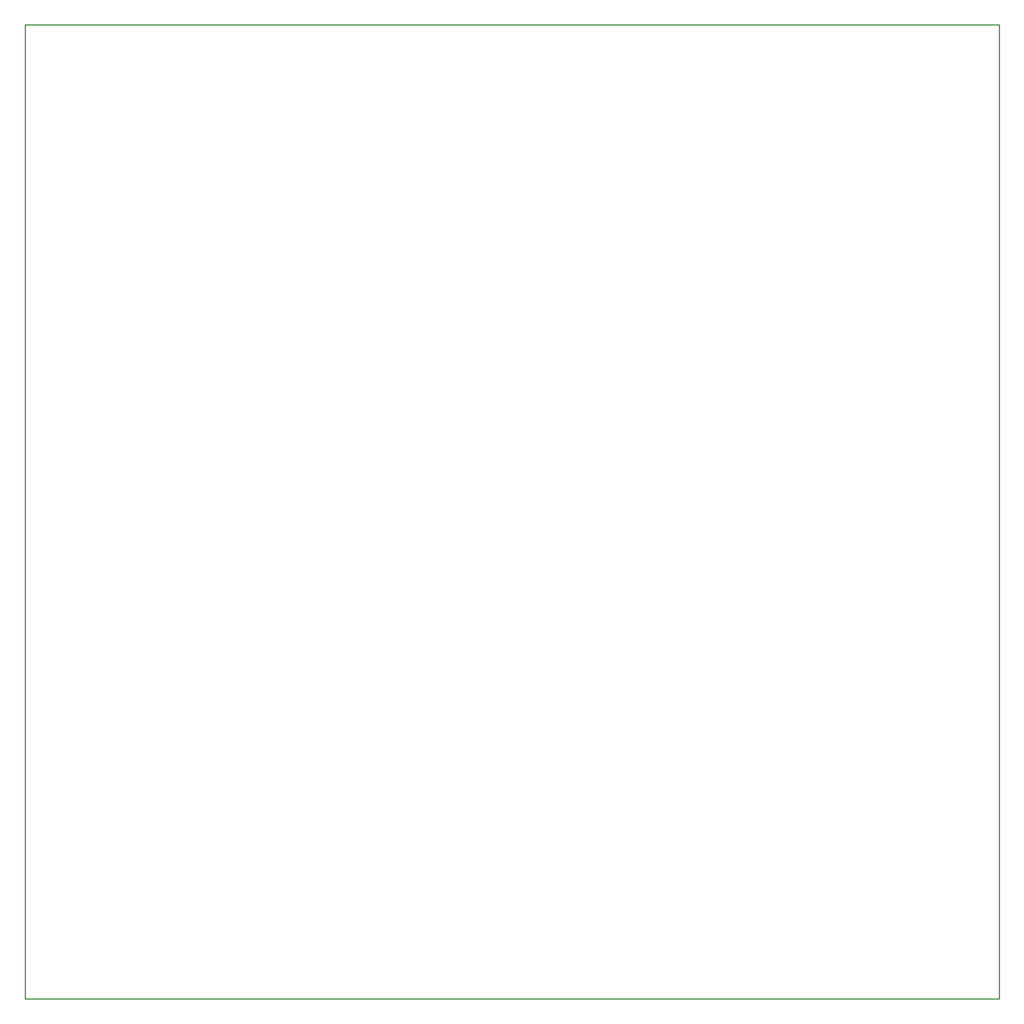
<source format=gko>
G04 EAGLE Gerber RS-274X export*
G75*
%MOMM*%
%FSLAX34Y34*%
%LPD*%
%IN*%
%IPPOS*%
%AMOC8*
5,1,8,0,0,1.08239X$1,22.5*%
G01*
%ADD10C,0.076200*%
%ADD11C,0.254000*%


D10*
X0Y0D02*
X0Y2032000D01*
X2032000Y2032000D01*
X2032000Y0D01*
X0Y0D01*
D11*
X0Y0D02*
X2032000Y0D01*
X2032000Y2032000D01*
X0Y2032000D01*
X0Y0D01*
M02*

</source>
